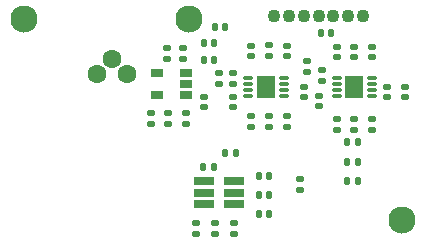
<source format=gts>
G04*
G04 #@! TF.GenerationSoftware,Altium Limited,Altium Designer,23.3.1 (30)*
G04*
G04 Layer_Color=8388736*
%FSLAX44Y44*%
%MOMM*%
G71*
G04*
G04 #@! TF.SameCoordinates,958C5144-9DDC-4948-B6D7-F64729F80DFD*
G04*
G04*
G04 #@! TF.FilePolarity,Negative*
G04*
G01*
G75*
G04:AMPARAMS|DCode=20|XSize=0.5mm|YSize=0.7mm|CornerRadius=0.15mm|HoleSize=0mm|Usage=FLASHONLY|Rotation=0.000|XOffset=0mm|YOffset=0mm|HoleType=Round|Shape=RoundedRectangle|*
%AMROUNDEDRECTD20*
21,1,0.5000,0.4000,0,0,0.0*
21,1,0.2000,0.7000,0,0,0.0*
1,1,0.3000,0.1000,-0.2000*
1,1,0.3000,-0.1000,-0.2000*
1,1,0.3000,-0.1000,0.2000*
1,1,0.3000,0.1000,0.2000*
%
%ADD20ROUNDEDRECTD20*%
G04:AMPARAMS|DCode=21|XSize=0.5mm|YSize=0.7mm|CornerRadius=0.15mm|HoleSize=0mm|Usage=FLASHONLY|Rotation=90.000|XOffset=0mm|YOffset=0mm|HoleType=Round|Shape=RoundedRectangle|*
%AMROUNDEDRECTD21*
21,1,0.5000,0.4000,0,0,90.0*
21,1,0.2000,0.7000,0,0,90.0*
1,1,0.3000,0.2000,0.1000*
1,1,0.3000,0.2000,-0.1000*
1,1,0.3000,-0.2000,-0.1000*
1,1,0.3000,-0.2000,0.1000*
%
%ADD21ROUNDEDRECTD21*%
%ADD22R,1.7000X0.7500*%
%ADD23O,1.0000X0.3000*%
%ADD24R,1.5500X1.8400*%
%ADD25R,1.0000X0.7000*%
%ADD26C,1.1000*%
%ADD27C,1.6000*%
%ADD28C,2.3000*%
D20*
X234750Y21500D02*
D03*
X225750D02*
D03*
Y128250D02*
D03*
X216750D02*
D03*
X216500Y115000D02*
D03*
X207500D02*
D03*
X329000Y-2000D02*
D03*
X338000D02*
D03*
X329000Y14000D02*
D03*
X338000D02*
D03*
X329000Y31000D02*
D03*
X338000D02*
D03*
X263000Y-30000D02*
D03*
X254000D02*
D03*
X263000Y-14000D02*
D03*
X254000D02*
D03*
X263000Y2000D02*
D03*
X254000D02*
D03*
X216000Y9750D02*
D03*
X207000D02*
D03*
X315500Y122750D02*
D03*
X306500D02*
D03*
X216500Y100000D02*
D03*
X207500D02*
D03*
D21*
X288750Y-750D02*
D03*
Y-9750D02*
D03*
X233000Y-47000D02*
D03*
Y-38000D02*
D03*
X217000Y-47000D02*
D03*
Y-38000D02*
D03*
X201000Y-47000D02*
D03*
Y-38000D02*
D03*
X277760Y112488D02*
D03*
Y103488D02*
D03*
X262442Y112565D02*
D03*
Y103565D02*
D03*
X247584Y112488D02*
D03*
Y103488D02*
D03*
X190000Y101000D02*
D03*
Y110000D02*
D03*
X176250D02*
D03*
Y101000D02*
D03*
X350000Y41000D02*
D03*
Y50000D02*
D03*
X335000Y41000D02*
D03*
Y50000D02*
D03*
X320000Y41000D02*
D03*
Y50000D02*
D03*
X335000Y111500D02*
D03*
Y102500D02*
D03*
X320000Y111500D02*
D03*
Y102500D02*
D03*
X307500Y91500D02*
D03*
Y82500D02*
D03*
X295000Y90000D02*
D03*
Y99000D02*
D03*
X292500Y77500D02*
D03*
Y68500D02*
D03*
X305000Y61000D02*
D03*
Y70000D02*
D03*
X220250Y80000D02*
D03*
Y89000D02*
D03*
X207500Y69000D02*
D03*
Y60000D02*
D03*
X232500Y89000D02*
D03*
Y80000D02*
D03*
X247500Y43500D02*
D03*
Y52500D02*
D03*
X262500Y43500D02*
D03*
Y52500D02*
D03*
X277500Y43500D02*
D03*
Y52500D02*
D03*
X192500Y46000D02*
D03*
Y55000D02*
D03*
X362500Y77500D02*
D03*
Y68500D02*
D03*
X350000Y111500D02*
D03*
Y102500D02*
D03*
X177500Y46000D02*
D03*
Y55000D02*
D03*
X162500Y46000D02*
D03*
Y55000D02*
D03*
X232500Y60000D02*
D03*
Y69000D02*
D03*
X377500Y68500D02*
D03*
Y77500D02*
D03*
D22*
X207750Y-21500D02*
D03*
Y-12000D02*
D03*
Y-2500D02*
D03*
X232750D02*
D03*
Y-12000D02*
D03*
Y-21500D02*
D03*
D23*
X320000Y85000D02*
D03*
Y80000D02*
D03*
Y75000D02*
D03*
Y70000D02*
D03*
X350000D02*
D03*
Y75000D02*
D03*
Y80000D02*
D03*
Y85000D02*
D03*
X245000Y85000D02*
D03*
Y80000D02*
D03*
Y75000D02*
D03*
Y70000D02*
D03*
X275000D02*
D03*
Y75000D02*
D03*
Y80000D02*
D03*
Y85000D02*
D03*
D24*
X335000Y77500D02*
D03*
X260000Y77500D02*
D03*
D25*
X192000Y70500D02*
D03*
Y80000D02*
D03*
Y89500D02*
D03*
X168000D02*
D03*
Y70500D02*
D03*
D26*
X267250Y137750D02*
D03*
X279750D02*
D03*
X292250D02*
D03*
X304750D02*
D03*
X317250D02*
D03*
X329750D02*
D03*
X342250D02*
D03*
D27*
X142700Y88000D02*
D03*
X130000Y100700D02*
D03*
X117300Y88000D02*
D03*
D28*
X375000Y-35000D02*
D03*
X195000Y135000D02*
D03*
X55000D02*
D03*
M02*

</source>
